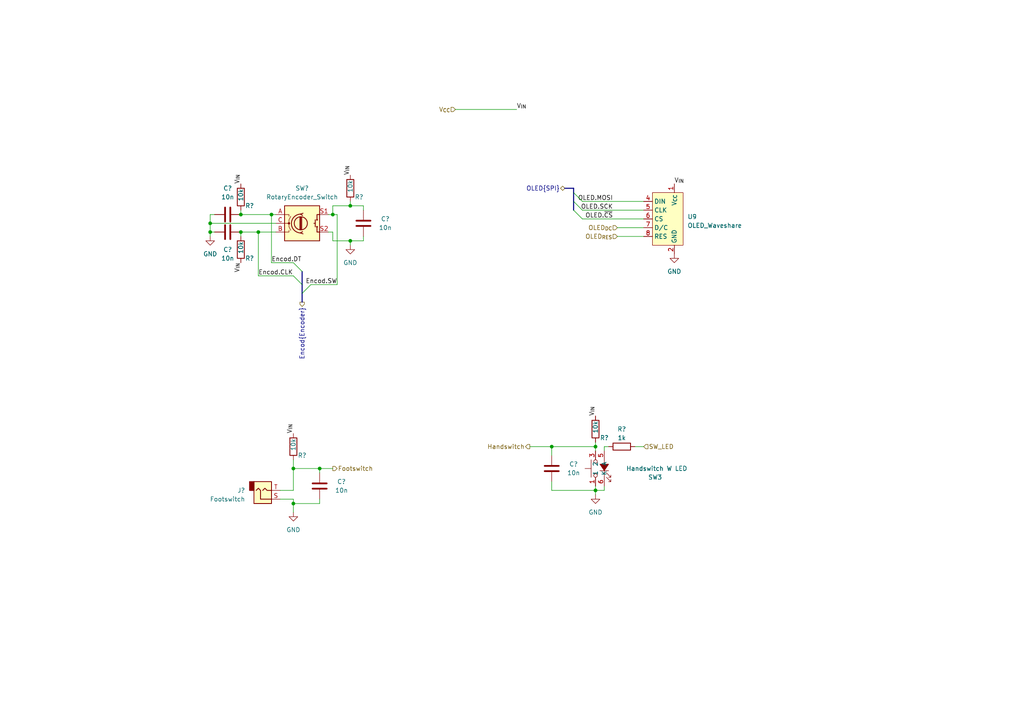
<source format=kicad_sch>
(kicad_sch (version 20230121) (generator eeschema)
  (paper "A4")
  (lib_symbols
    (symbol "Connector_Audio:AudioJack2"
      (property "Reference" "J" (at 0 8.89 0))
      (property "Value" "AudioJack2" (at 0 6.35 0))
      (symbol "AudioJack2_0_1"
        (rectangle (start -3.81 0) (end -2.54 -2.54) (stroke (width 0.254)) (fill (type outline)))
        (rectangle (start -2.54 3.81) (end 2.54 -2.54) (stroke (width 0.254)) (fill (type background)))
        (polyline (pts (xy 0 0) (xy 0.635 -0.635) (xy 1.27 0) (xy 2.54 0)) (stroke (width 0.254)))
        (polyline (pts (xy 2.54 2.54) (xy -0.635 2.54) (xy -0.635 0) (xy -1.27 -0.635) (xy -1.905 0)) (stroke (width 0.254)))
      )
      (symbol "AudioJack2_1_1"
        (pin passive line (at 5.08 2.54 180) (length 2.54) (name "~") (number "S"))
        (pin passive line (at 5.08 0 180) (length 2.54) (name "~") (number "T"))
      )
    )
    (symbol "Device:C" (pin_numbers hide) (pin_names (offset 0.254))
      (property "Reference" "C" (at 0.635 2.54 0))
      (property "Value" "C" (at 0.635 -2.54 0))
      (symbol "C_0_1"
        (polyline (pts (xy -2.032 -0.762) (xy 2.032 -0.762)) (stroke (width 0.508)))
        (polyline (pts (xy -2.032 0.762) (xy 2.032 0.762)) (stroke (width 0.508)))
      )
      (symbol "C_1_1"
        (pin passive line (at 0 3.81 270) (length 2.794) (name "~") (number "1"))
        (pin passive line (at 0 -3.81 90) (length 2.794) (name "~") (number "2"))
      )
    )
    (symbol "Device:R" (pin_numbers hide) (pin_names (offset 0))
      (property "Reference" "R" (at 2.032 0 90))
      (property "Value" "R" (at 0 0 90))
      (symbol "R_0_1"
        (rectangle (start -1.016 -2.54) (end 1.016 2.54) (stroke (width 0.254)))
      )
      (symbol "R_1_1"
        (pin passive line (at 0 3.81 270) (length 1.27) (name "~") (number "1"))
        (pin passive line (at 0 -3.81 90) (length 1.27) (name "~") (number "2"))
      )
    )
    (symbol "Device:RotaryEncoder_Switch" (pin_names (offset 0.254) hide)
      (property "Reference" "SW" (at 0 6.604 0))
      (property "Value" "RotaryEncoder_Switch" (at 0 -6.604 0))
      (symbol "RotaryEncoder_Switch_0_1"
        (rectangle (start -5.08 5.08) (end 5.08 -5.08) (stroke (width 0.254)) (fill (type background)))
        (circle (center -3.81 0) (radius 0.254) (fill (type outline)))
        (circle (center -0.381 0) (radius 1.905) (stroke (width 0.254)))
        (arc (start -0.381 2.667) (mid -3.0988 -0.0635) (end -0.381 -2.794) (stroke (width 0.254)))
        (polyline (pts (xy -0.635 -1.778) (xy -0.635 1.778)) (stroke (width 0.254)))
        (polyline (pts (xy -0.381 -1.778) (xy -0.381 1.778)) (stroke (width 0.254)))
        (polyline (pts (xy -0.127 1.778) (xy -0.127 -1.778)) (stroke (width 0.254)))
        (polyline (pts (xy 3.81 0) (xy 3.429 0)) (stroke (width 0.254)))
        (polyline (pts (xy 3.81 1.016) (xy 3.81 -1.016)) (stroke (width 0.254)))
        (polyline (pts (xy -5.08 -2.54) (xy -3.81 -2.54) (xy -3.81 -2.032)))
        (polyline (pts (xy -5.08 2.54) (xy -3.81 2.54) (xy -3.81 2.032)))
        (polyline (pts (xy 0.254 -3.048) (xy -0.508 -2.794) (xy 0.127 -2.413)) (stroke (width 0.254)))
        (polyline (pts (xy 0.254 2.921) (xy -0.508 2.667) (xy 0.127 2.286)) (stroke (width 0.254)))
        (polyline (pts (xy 5.08 -2.54) (xy 4.318 -2.54) (xy 4.318 -1.016)) (stroke (width 0.254)))
        (polyline (pts (xy 5.08 2.54) (xy 4.318 2.54) (xy 4.318 1.016)) (stroke (width 0.254)))
        (polyline (pts (xy -5.08 0) (xy -3.81 0) (xy -3.81 -1.016) (xy -3.302 -2.032)))
        (polyline (pts (xy -4.318 0) (xy -3.81 0) (xy -3.81 1.016) (xy -3.302 2.032)))
        (circle (center 4.318 -1.016) (radius 0.127) (stroke (width 0.254)))
        (circle (center 4.318 1.016) (radius 0.127) (stroke (width 0.254)))
      )
      (symbol "RotaryEncoder_Switch_1_1"
        (pin passive line (at -7.62 2.54 0) (length 2.54) (name "A") (number "A"))
        (pin passive line (at -7.62 -2.54 0) (length 2.54) (name "B") (number "B"))
        (pin passive line (at -7.62 0 0) (length 2.54) (name "C") (number "C"))
        (pin passive line (at 7.62 2.54 180) (length 2.54) (name "S1") (number "S1"))
        (pin passive line (at 7.62 -2.54 180) (length 2.54) (name "S2") (number "S2"))
      )
    )
    (symbol "TattooSupplyLib:OLED_Waveshare"
      (property "Reference" "U" (at 0 25.4 0))
      (property "Value" "OLED_Waveshare" (at 0 22.86 0))
      (symbol "OLED_Waveshare_0_0"
        (pin power_in line (at 2.54 10.16 270) (length 2.54) (name "V_{CC}") (number "1"))
        (pin power_in line (at 2.54 -10.16 90) (length 2.54) (name "GND") (number "2"))
        (pin input line (at -6.35 5.08 0) (length 2.54) (name "DIN") (number "4"))
        (pin input line (at -6.35 2.54 0) (length 2.54) (name "CLK") (number "5"))
        (pin input line (at -6.35 0 0) (length 2.54) (name "CS") (number "6"))
        (pin input line (at -6.35 -2.54 0) (length 2.54) (name "D/C") (number "7"))
        (pin input line (at -6.35 -5.08 0) (length 2.54) (name "RES") (number "8"))
      )
      (symbol "OLED_Waveshare_0_1"
        (rectangle (start -3.81 7.62) (end 5.08 -7.62) (fill (type background)))
      )
    )
    (symbol "TattooSupplyLib:PushButton_W_LED"
      (property "Reference" "SW" (at 0 5.08 0))
      (symbol "PushButton_W_LED_0_0"
        (polyline (pts (xy -3.81 -3.175) (xy -2.54 -1.905)))
        (polyline (pts (xy -2.54 -3.175) (xy -1.27 -1.905)))
        (polyline (pts (xy -2.54 -1.27) (xy 2.54 -1.27)))
        (polyline (pts (xy -0.635 0) (xy -0.635 -2.54)))
        (polyline (pts (xy -3.81 -2.54) (xy -3.81 -3.175) (xy -3.175 -3.175)))
        (polyline (pts (xy -2.54 -2.54) (xy -2.54 -3.175) (xy -1.905 -3.175)))
        (polyline (pts (xy -0.635 -1.27) (xy 1.27 0) (xy 1.27 -2.54) (xy -0.635 -1.27)) (fill (type outline)))
      )
      (symbol "PushButton_W_LED_0_1"
        (circle (center -2.032 1.27) (radius 0.508))
        (polyline (pts (xy 0 2.54) (xy 0 4.318)))
        (polyline (pts (xy 2.54 2.54) (xy -2.54 2.54)))
        (circle (center 2.032 1.27) (radius 0.508))
        (pin passive line (at -5.08 1.27 0) (length 2.54) (name "1") (number "1"))
        (pin passive line (at -5.08 1.27 0) (length 2.54) hide (name "1") (number "2"))
        (pin passive line (at 5.08 1.27 180) (length 2.54) (name "2") (number "3"))
        (pin passive line (at 5.08 1.27 180) (length 2.54) hide (name "2") (number "4"))
        (pin passive line (at 5.08 -1.27 180) (length 2.54) (name "A") (number "5"))
        (pin passive line (at -5.08 -1.27 0) (length 2.54) (name "K") (number "6"))
      )
    )
    (symbol "power:GND" (power) (pin_names (offset 0))
      (property "Value" "GND" (at 0 -3.81 0))
      (symbol "GND_0_1"
        (polyline (pts (xy 0 0) (xy 0 -1.27) (xy 1.27 -1.27) (xy 0 -2.54) (xy -1.27 -1.27) (xy 0 -1.27)))
      )
      (symbol "GND_1_1"
        (pin power_in line (at 0 0 270) (length 0) hide (name "GND") (number "1"))
      )
    )
  )
  (junction (at 160.02 129.54))
  (junction (at 78.74 62.23))
  (junction (at 85.09 135.89))
  (junction (at 96.52 62.23))
  (junction (at 172.72 142.24))
  (junction (at 101.6 69.85))
  (junction (at 101.6 59.69))
  (junction (at 74.93 67.31))
  (junction (at 85.09 146.05))
  (junction (at 92.71 135.89))
  (junction (at 69.85 62.23))
  (junction (at 172.72 129.54))
  (junction (at 60.96 64.77))
  (junction (at 69.85 67.31))
  (junction (at 60.96 67.31))
  (bus_entry (at 87.63 85.09) (size 2.54 -2.54))
  (bus_entry (at 166.37 58.42) (size 2.54 2.54))
  (bus_entry (at 166.37 60.96) (size 2.54 2.54))
  (bus_entry (at 87.63 78.74) (size -2.54 -2.54))
  (bus_entry (at 87.63 82.55) (size -2.54 -2.54))
  (bus_entry (at 166.37 55.88) (size 2.54 2.54))
  (wire (pts (xy 74.93 67.31) (xy 74.93 80.01)))
  (wire (pts (xy 176.53 129.54) (xy 175.26 129.54)))
  (wire (pts (xy 74.93 67.31) (xy 80.01 67.31)))
  (wire (pts (xy 101.6 69.85) (xy 101.6 71.12)))
  (wire (pts (xy 179.07 68.58) (xy 186.69 68.58)))
  (wire (pts (xy 74.93 80.01) (xy 85.09 80.01)))
  (wire (pts (xy 175.26 140.97) (xy 175.26 142.24)))
  (wire (pts (xy 179.07 66.04) (xy 186.69 66.04)))
  (wire (pts (xy 105.41 69.85) (xy 105.41 68.58)))
  (wire (pts (xy 168.91 58.42) (xy 186.69 58.42)))
  (wire (pts (xy 85.09 144.78) (xy 85.09 146.05)))
  (wire (pts (xy 95.25 67.31) (xy 96.52 67.31)))
  (wire (pts (xy 96.52 69.85) (xy 101.6 69.85)))
  (wire (pts (xy 60.96 64.77) (xy 60.96 62.23)))
  (wire (pts (xy 69.85 60.96) (xy 69.85 62.23)))
  (wire (pts (xy 101.6 59.69) (xy 105.41 59.69)))
  (bus (pts (xy 87.63 78.74) (xy 87.63 82.55)))
  (bus (pts (xy 166.37 55.88) (xy 166.37 58.42)))
  (wire (pts (xy 92.71 144.78) (xy 92.71 146.05)))
  (wire (pts (xy 168.91 63.5) (xy 186.69 63.5)))
  (wire (pts (xy 69.85 67.31) (xy 74.93 67.31)))
  (wire (pts (xy 85.09 133.35) (xy 85.09 135.89)))
  (wire (pts (xy 184.15 129.54) (xy 186.69 129.54)))
  (wire (pts (xy 97.79 82.55) (xy 97.79 62.23)))
  (bus (pts (xy 163.83 54.61) (xy 166.37 54.61)))
  (wire (pts (xy 85.09 146.05) (xy 85.09 148.59)))
  (wire (pts (xy 60.96 67.31) (xy 60.96 64.77)))
  (wire (pts (xy 101.6 58.42) (xy 101.6 59.69)))
  (wire (pts (xy 92.71 135.89) (xy 85.09 135.89)))
  (wire (pts (xy 85.09 142.24) (xy 81.28 142.24)))
  (wire (pts (xy 92.71 146.05) (xy 85.09 146.05)))
  (wire (pts (xy 168.91 60.96) (xy 186.69 60.96)))
  (wire (pts (xy 160.02 129.54) (xy 172.72 129.54)))
  (bus (pts (xy 166.37 54.61) (xy 166.37 55.88)))
  (bus (pts (xy 166.37 58.42) (xy 166.37 60.96)))
  (wire (pts (xy 172.72 140.97) (xy 172.72 142.24)))
  (wire (pts (xy 160.02 142.24) (xy 172.72 142.24)))
  (wire (pts (xy 78.74 62.23) (xy 80.01 62.23)))
  (wire (pts (xy 172.72 129.54) (xy 172.72 130.81)))
  (wire (pts (xy 101.6 69.85) (xy 105.41 69.85)))
  (wire (pts (xy 78.74 76.2) (xy 85.09 76.2)))
  (wire (pts (xy 60.96 67.31) (xy 60.96 68.58)))
  (wire (pts (xy 90.17 82.55) (xy 97.79 82.55)))
  (wire (pts (xy 160.02 129.54) (xy 153.67 129.54)))
  (wire (pts (xy 92.71 137.16) (xy 92.71 135.89)))
  (wire (pts (xy 92.71 135.89) (xy 96.52 135.89)))
  (wire (pts (xy 69.85 62.23) (xy 78.74 62.23)))
  (wire (pts (xy 81.28 144.78) (xy 85.09 144.78)))
  (bus (pts (xy 87.63 85.09) (xy 87.63 87.63)))
  (bus (pts (xy 87.63 82.55) (xy 87.63 85.09)))
  (wire (pts (xy 97.79 62.23) (xy 96.52 62.23)))
  (wire (pts (xy 69.85 67.31) (xy 69.85 68.58)))
  (wire (pts (xy 105.41 59.69) (xy 105.41 60.96)))
  (wire (pts (xy 172.72 128.27) (xy 172.72 129.54)))
  (wire (pts (xy 175.26 142.24) (xy 172.72 142.24)))
  (wire (pts (xy 96.52 67.31) (xy 96.52 69.85)))
  (wire (pts (xy 96.52 59.69) (xy 101.6 59.69)))
  (wire (pts (xy 60.96 64.77) (xy 80.01 64.77)))
  (wire (pts (xy 160.02 139.7) (xy 160.02 142.24)))
  (wire (pts (xy 132.08 31.75) (xy 149.86 31.75)))
  (wire (pts (xy 95.25 62.23) (xy 96.52 62.23)))
  (wire (pts (xy 78.74 62.23) (xy 78.74 76.2)))
  (wire (pts (xy 60.96 62.23) (xy 62.23 62.23)))
  (wire (pts (xy 62.23 67.31) (xy 60.96 67.31)))
  (wire (pts (xy 96.52 62.23) (xy 96.52 59.69)))
  (wire (pts (xy 172.72 142.24) (xy 172.72 143.51)))
  (wire (pts (xy 175.26 129.54) (xy 175.26 130.81)))
  (wire (pts (xy 160.02 132.08) (xy 160.02 129.54)))
  (wire (pts (xy 85.09 135.89) (xy 85.09 142.24)))
  (label "Encod.DT" (at 78.74 76.2 0))
  (label "V_{IN}" (at 195.58 53.34 0))
  (label "OLED.MOSI" (at 177.8 58.42 180))
  (label "V_{IN}" (at 101.6 50.8 90))
  (label "V_{IN}" (at 172.72 120.65 90))
  (label "OLED.SCK" (at 177.8 60.96 180))
  (label "V_{IN}" (at 69.85 53.34 90))
  (label "V_{IN}" (at 69.85 76.2 270))
  (label "Encod.CLK" (at 74.93 80.01 0))
  (label "V_{IN}" (at 149.86 31.75 0))
  (label "Encod.SW" (at 97.79 82.55 180))
  (label "OLED.~{CS}" (at 177.8 63.5 180))
  (label "V_{IN}" (at 85.09 125.73 90))
  (hierarchical_label "OLED_{RES}" (shape input) (at 179.07 68.58 180))
  (hierarchical_label "Footswitch" (shape output) (at 96.52 135.89 0))
  (hierarchical_label "OLED{SPI}" (shape bidirectional) (at 163.83 54.61 180))
  (hierarchical_label "Handswitch" (shape output) (at 153.67 129.54 180))
  (hierarchical_label "SW_LED" (shape input) (at 186.69 129.54 0))
  (hierarchical_label "V_{CC}" (shape input) (at 132.08 31.75 180))
  (hierarchical_label "Encod{Encoder}" (shape output) (at 87.63 87.63 270))
  (hierarchical_label "OLED_{DC}" (shape input) (at 179.07 66.04 180))
  (symbol (lib_id "power:GND") (at 172.72 143.51 0) (unit 1)
    (property "Reference" "#PWR?" (effects hide))
    (property "Value" "GND" (at 172.72 148.59 0))
    (instances (project "Tattoo_Supply" (path "" (reference "#PWR?") (unit 1)) (path "" (reference "#PWR077") (unit 1))))
  )
  (symbol (lib_id "Device:R") (at 180.34 129.54 90) (unit 1)
    (property "Reference" "R?" (at 180.34 124.46 90))
    (property "Value" "1k" (at 180.34 127 90))
    (property "Footprint" "Resistor_SMD:R_0603_1608Metric" (effects hide))
    (property "MPN" "ERJ-3EKF1001V" (effects hide))
    (property "Manufacturer" "Panasonic" (effects hide))
    (instances (project "Tattoo_Supply" (path "" (reference "R?") (unit 1)) (path "" (reference "R53") (unit 1))))
  )
  (symbol (lib_id "power:GND") (at 60.96 68.58 0) (unit 1)
    (property "Reference" "#PWR?" (effects hide))
    (property "Value" "GND" (at 60.96 73.66 0))
    (instances (project "Tattoo_Supply" (path "" (reference "#PWR?") (unit 1)) (path "" (reference "#PWR074") (unit 1))))
  )
  (symbol (lib_id "Device:RotaryEncoder_Switch") (at 87.63 64.77 0) (unit 1)
    (property "Reference" "SW?" (at 87.63 54.61 0))
    (property "Value" "RotaryEncoder_Switch" (at 87.63 57.15 0))
    (property "Footprint" "Rotary_Encoder:RotaryEncoder_Alps_EC11E-Switch_Vertical_H20mm" (effects hide))
    (property "MPN" "PEC11R-4220F-S0024" (effects hide))
    (property "Manufacturer" "Bourns" (effects hide))
    (instances (project "Tattoo_Supply" (path "" (reference "SW?") (unit 1)) (path "" (reference "SW2") (unit 1))))
  )
  (symbol (lib_id "TattooSupplyLib:PushButton_W_LED") (at 173.99 135.89 90) (unit 1)
    (property "Reference" "SW3" (at 187.96 138.43 90) (effects (justify right)))
    (property "Value" "Handswitch W LED" (at 190.5 135.89 90))
    (property "Footprint" "TattooSupplyFootprints:D6RLxx" (effects hide))
    (property "MPN" "D6RLRDF1 LFS" (effects hide))
    (property "Manufacturer" "C&K" (effects hide))
  )
  (symbol (lib_id "Device:C") (at 66.04 62.23 90) (mirror x) (unit 1)
    (property "Reference" "C?" (at 66.04 54.61 90))
    (property "Value" "10n" (at 66.04 57.15 90))
    (property "Footprint" "Capacitor_SMD:C_0603_1608Metric" (effects hide))
    (property "MPN" "GCM188R71H103KA37J" (effects hide))
    (property "Manufacturer" "Murata" (effects hide))
    (instances (project "Tattoo_Supply" (path "" (reference "C?") (unit 1)) (path "" (reference "C35") (unit 1))))
  )
  (symbol (lib_id "Device:C") (at 66.04 67.31 270) (mirror x) (unit 1)
    (property "Reference" "C?" (at 66.04 72.39 90))
    (property "Value" "10n" (at 66.04 74.93 90))
    (property "Footprint" "Capacitor_SMD:C_0603_1608Metric" (effects hide))
    (property "MPN" "GCM188R71H103KA37J" (effects hide))
    (property "Manufacturer" "Murata" (effects hide))
    (instances (project "Tattoo_Supply" (path "" (reference "C?") (unit 1)) (path "" (reference "C36") (unit 1))))
  )
  (symbol (lib_id "Connector_Audio:AudioJack2") (at 76.2 142.24 0) (mirror x) (unit 1)
    (property "Reference" "J?" (at 71.12 142.24 0) (effects (justify right)))
    (property "Value" "Footswitch" (at 71.12 144.78 0) (effects (justify right)))
    (property "Footprint" "TattooSupplyFootprints:MJ63022A" (effects hide))
    (property "MPN" "MJ-63022A" (effects hide))
    (property "Manufacturer" "CUI Devices" (effects hide))
    (instances (project "Tattoo_Supply" (path "" (reference "J?") (unit 1)) (path "" (reference "J8") (unit 1))))
  )
  (symbol (lib_id "Device:C") (at 160.02 135.89 0) (mirror y) (unit 1)
    (property "Reference" "C?" (at 166.37 134.62 0))
    (property "Value" "10n" (at 166.37 137.16 0))
    (property "Footprint" "Capacitor_SMD:C_0603_1608Metric" (effects hide))
    (property "MPN" "GCM188R71H103KA37J" (effects hide))
    (property "Manufacturer" "Murata" (effects hide))
    (instances (project "Tattoo_Supply" (path "" (reference "C?") (unit 1)) (path "" (reference "C39") (unit 1))))
  )
  (symbol (lib_id "Device:R") (at 172.72 124.46 180) (unit 1)
    (property "Reference" "R?" (at 173.99 127 0) (effects (justify right)))
    (property "Value" "10k" (at 172.72 125.73 90) (effects (justify right)))
    (property "Footprint" "Resistor_SMD:R_0603_1608Metric" (effects hide))
    (property "MPN" "ERJ-3EKF1002V" (effects hide))
    (property "Manufacturer" "Panasonic" (effects hide))
    (instances (project "Tattoo_Supply" (path "" (reference "R?") (unit 1)) (path "" (reference "R52") (unit 1))))
  )
  (symbol (lib_id "Device:R") (at 69.85 57.15 180) (unit 1)
    (property "Reference" "R?" (at 71.12 59.69 0) (effects (justify right)))
    (property "Value" "10k" (at 69.85 58.42 90) (effects (justify right)))
    (property "Footprint" "Resistor_SMD:R_0603_1608Metric" (effects hide))
    (property "MPN" "ERJ-3EKF1002V" (effects hide))
    (property "Manufacturer" "Panasonic" (effects hide))
    (instances (project "Tattoo_Supply" (path "" (reference "R?") (unit 1)) (path "" (reference "R48") (unit 1))))
  )
  (symbol (lib_id "power:GND") (at 101.6 71.12 0) (unit 1)
    (property "Reference" "#PWR?" (effects hide))
    (property "Value" "GND" (at 101.6 76.2 0))
    (instances (project "Tattoo_Supply" (path "" (reference "#PWR?") (unit 1)) (path "" (reference "#PWR076") (unit 1))))
  )
  (symbol (lib_id "Device:C") (at 105.41 64.77 0) (mirror y) (unit 1)
    (property "Reference" "C?" (at 111.76 63.5 0))
    (property "Value" "10n" (at 111.76 66.04 0))
    (property "Footprint" "Capacitor_SMD:C_0603_1608Metric" (effects hide))
    (property "MPN" "GCM188R71H103KA37J" (effects hide))
    (property "Manufacturer" "Murata" (effects hide))
    (instances (project "Tattoo_Supply" (path "" (reference "C?") (unit 1)) (path "" (reference "C38") (unit 1))))
  )
  (symbol (lib_id "power:GND") (at 195.58 73.66 0) (unit 1)
    (property "Reference" "#PWR?" (effects hide))
    (property "Value" "GND" (at 195.58 78.74 0))
    (instances (project "Tattoo_Supply" (path "" (reference "#PWR?") (unit 1)) (path "" (reference "#PWR078") (unit 1))))
  )
  (symbol (lib_id "power:GND") (at 85.09 148.59 0) (unit 1)
    (property "Reference" "#PWR?" (effects hide))
    (property "Value" "GND" (at 85.09 153.67 0))
    (instances (project "Tattoo_Supply" (path "" (reference "#PWR?") (unit 1)) (path "" (reference "#PWR075") (unit 1))))
  )
  (symbol (lib_id "Device:R") (at 85.09 129.54 180) (unit 1)
    (property "Reference" "R?" (at 86.36 132.08 0) (effects (justify right)))
    (property "Value" "10k" (at 85.09 130.81 90) (effects (justify right)))
    (property "Footprint" "Resistor_SMD:R_0603_1608Metric" (effects hide))
    (property "MPN" "ERJ-3EKF1002V" (effects hide))
    (property "Manufacturer" "Panasonic" (effects hide))
    (instances (project "Tattoo_Supply" (path "" (reference "R?") (unit 1)) (path "" (reference "R50") (unit 1))))
  )
  (symbol (lib_id "TattooSupplyLib:OLED_Waveshare") (at 193.04 63.5 0) (unit 1)
    (property "Reference" "U9" (at 199.39 62.865 0) (effects (justify left)))
    (property "Value" "OLED_Waveshare" (at 199.39 65.405 0) (effects (justify left)))
    (property "Footprint" "TattooSupplyFootprints:OLEDs_Waveshare_4SPI" (effects hide))
    (property "MPN" "Waveshare" (effects hide))
    (property "Manufacturer" "10451 " (effects hide))
  )
  (symbol (lib_id "Device:R") (at 101.6 54.61 180) (unit 1)
    (property "Reference" "R?" (at 102.87 57.15 0) (effects (justify right)))
    (property "Value" "10k" (at 101.6 55.88 90) (effects (justify right)))
    (property "Footprint" "Resistor_SMD:R_0603_1608Metric" (effects hide))
    (property "MPN" "ERJ-3EKF1002V" (effects hide))
    (property "Manufacturer" "Panasonic" (effects hide))
    (instances (project "Tattoo_Supply" (path "" (reference "R?") (unit 1)) (path "" (reference "R51") (unit 1))))
  )
  (symbol (lib_id "Device:C") (at 92.71 140.97 0) (mirror y) (unit 1)
    (property "Reference" "C?" (at 99.06 139.7 0))
    (property "Value" "10n" (at 99.06 142.24 0))
    (property "Footprint" "Capacitor_SMD:C_0603_1608Metric" (effects hide))
    (property "MPN" "GCM188R71H103KA37J" (effects hide))
    (property "Manufacturer" "Murata" (effects hide))
    (instances (project "Tattoo_Supply" (path "" (reference "C?") (unit 1)) (path "" (reference "C37") (unit 1))))
  )
  (symbol (lib_id "Device:R") (at 69.85 72.39 180) (unit 1)
    (property "Reference" "R?" (at 71.12 74.93 0) (effects (justify right)))
    (property "Value" "10k" (at 69.85 73.66 90) (effects (justify right)))
    (property "Footprint" "Resistor_SMD:R_0603_1608Metric" (effects hide))
    (property "MPN" "ERJ-3EKF1002V" (effects hide))
    (property "Manufacturer" "Panasonic" (effects hide))
    (instances (project "Tattoo_Supply" (path "" (reference "R?") (unit 1)) (path "" (reference "R49") (unit 1))))
  )
)
</source>
